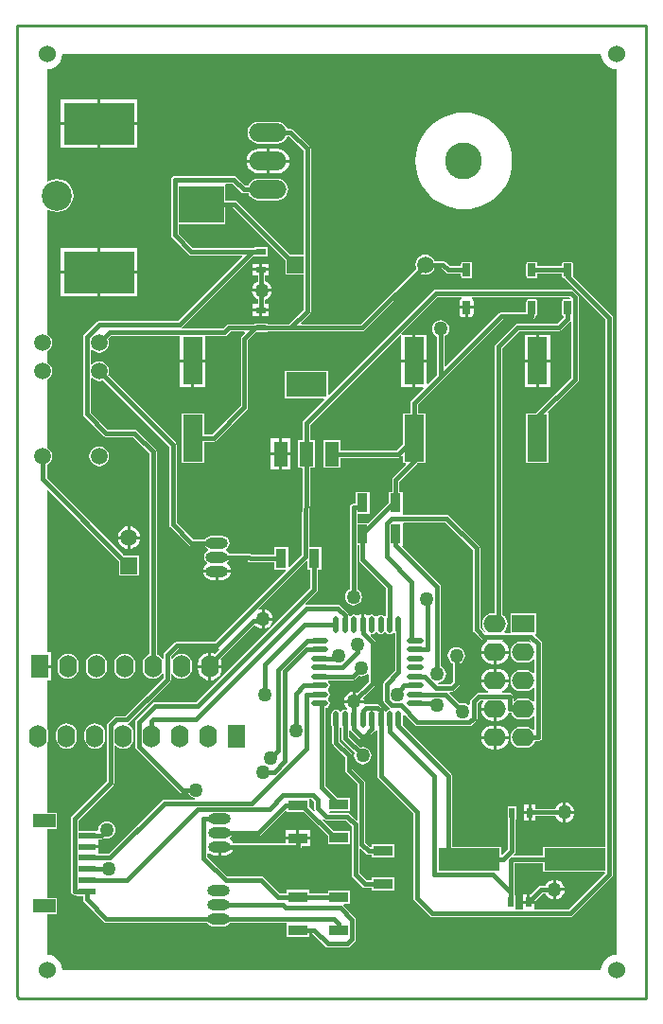
<source format=gtl>
G04*
G04 #@! TF.GenerationSoftware,Altium Limited,Altium Designer,20.0.13 (296)*
G04*
G04 Layer_Physical_Order=1*
G04 Layer_Color=255*
%FSLAX25Y25*%
%MOIN*%
G70*
G01*
G75*
%ADD16C,0.06000*%
%ADD20C,0.01000*%
%ADD22R,0.03819X0.06811*%
%ADD23O,0.02165X0.05906*%
%ADD24O,0.05906X0.02165*%
%ADD25R,0.06811X0.03819*%
%ADD26R,0.02126X0.03701*%
%ADD27R,0.03701X0.02126*%
%ADD28R,0.25000X0.15000*%
%ADD29R,0.15984X0.12992*%
G04:AMPARAMS|DCode=30|XSize=47.64mil|YSize=28.74mil|CornerRadius=2.59mil|HoleSize=0mil|Usage=FLASHONLY|Rotation=270.000|XOffset=0mil|YOffset=0mil|HoleType=Round|Shape=RoundedRectangle|*
%AMROUNDEDRECTD30*
21,1,0.04764,0.02357,0,0,270.0*
21,1,0.04247,0.02874,0,0,270.0*
1,1,0.00517,-0.01178,-0.02123*
1,1,0.00517,-0.01178,0.02123*
1,1,0.00517,0.01178,0.02123*
1,1,0.00517,0.01178,-0.02123*
%
%ADD30ROUNDEDRECTD30*%
%ADD31R,0.07087X0.16535*%
%ADD32R,0.14173X0.08661*%
%ADD33R,0.04800X0.08800*%
%ADD34R,0.21654X0.07874*%
%ADD35R,0.06102X0.02362*%
%ADD36R,0.07874X0.04724*%
%ADD67C,0.01520*%
%ADD68O,0.07874X0.03937*%
%ADD69O,0.07874X0.03937*%
%ADD70R,0.05937X0.05937*%
%ADD71C,0.05937*%
%ADD72C,0.05906*%
%ADD73R,0.05906X0.05906*%
%ADD74O,0.06299X0.07874*%
%ADD75R,0.06299X0.07874*%
%ADD76C,0.10551*%
%ADD77C,0.13000*%
%ADD78O,0.13200X0.06600*%
%ADD79R,0.07874X0.06299*%
%ADD80O,0.07874X0.06299*%
%ADD81C,0.05000*%
G36*
X205752Y-9941D02*
X205939Y-11356D01*
X206485Y-12675D01*
X207354Y-13807D01*
X208487Y-14676D01*
X209805Y-15223D01*
X211221Y-15409D01*
Y-327308D01*
X209805Y-327494D01*
X208487Y-328040D01*
X207354Y-328909D01*
X206485Y-330042D01*
X205939Y-331360D01*
X205752Y-332776D01*
X15901D01*
X15715Y-331360D01*
X15169Y-330042D01*
X14300Y-328909D01*
X13167Y-328040D01*
X11848Y-327494D01*
X10433Y-327308D01*
X10433Y-327308D01*
Y-312953D01*
X14075D01*
Y-307228D01*
X10433D01*
Y-283031D01*
X14075D01*
Y-277307D01*
X10433D01*
Y-253037D01*
X10566Y-252864D01*
X10934Y-251976D01*
X11059Y-251024D01*
Y-249449D01*
X10934Y-248496D01*
X10566Y-247608D01*
X10433Y-247435D01*
Y-230673D01*
X12027D01*
Y-226236D01*
X7878D01*
Y-225236D01*
X12027D01*
Y-220799D01*
X10433D01*
Y-163761D01*
X10895Y-163570D01*
X35909Y-188584D01*
Y-193705D01*
X42846D01*
Y-186768D01*
X37726D01*
X10433Y-159475D01*
Y-154829D01*
X10619Y-154752D01*
X11340Y-154199D01*
X11894Y-153478D01*
X12242Y-152638D01*
X12360Y-151736D01*
X12242Y-150835D01*
X11894Y-149995D01*
X11340Y-149274D01*
X10619Y-148720D01*
X10433Y-148643D01*
Y-124829D01*
X10619Y-124752D01*
X11340Y-124199D01*
X11894Y-123477D01*
X12242Y-122638D01*
X12360Y-121736D01*
X12242Y-120835D01*
X11894Y-119995D01*
X11340Y-119274D01*
X10619Y-118720D01*
X10433Y-118643D01*
Y-114829D01*
X10619Y-114752D01*
X11340Y-114199D01*
X11894Y-113478D01*
X12242Y-112638D01*
X12360Y-111736D01*
X12242Y-110835D01*
X11894Y-109995D01*
X11340Y-109274D01*
X10619Y-108720D01*
X10433Y-108643D01*
Y-65010D01*
X10881Y-64789D01*
X11072Y-64935D01*
X12477Y-65517D01*
X13984Y-65715D01*
X15492Y-65517D01*
X16897Y-64935D01*
X18104Y-64009D01*
X19029Y-62802D01*
X19611Y-61398D01*
X19810Y-59890D01*
X19611Y-58382D01*
X19029Y-56977D01*
X18104Y-55771D01*
X16897Y-54845D01*
X15492Y-54263D01*
X13984Y-54064D01*
X12477Y-54263D01*
X11072Y-54845D01*
X10881Y-54991D01*
X10433Y-54770D01*
Y-15409D01*
X10433Y-15409D01*
X11848Y-15223D01*
X13167Y-14676D01*
X14300Y-13807D01*
X15169Y-12675D01*
X15715Y-11356D01*
X15901Y-9941D01*
X15901Y-9941D01*
X205752D01*
X205752Y-9941D01*
D02*
G37*
%LPC*%
G36*
X42287Y-26075D02*
X29287D01*
Y-34075D01*
X42287D01*
Y-26075D01*
D02*
G37*
G36*
X28287D02*
X15287D01*
Y-34075D01*
X28287D01*
Y-26075D01*
D02*
G37*
G36*
X42287Y-35075D02*
X29287D01*
Y-43075D01*
X42287D01*
Y-35075D01*
D02*
G37*
G36*
X28287D02*
X15287D01*
Y-43075D01*
X28287D01*
Y-35075D01*
D02*
G37*
G36*
X91678Y-43399D02*
X88878D01*
Y-47236D01*
X95949D01*
X95867Y-46614D01*
X95434Y-45568D01*
X94745Y-44669D01*
X93846Y-43980D01*
X92800Y-43547D01*
X91678Y-43399D01*
D02*
G37*
G36*
X87878D02*
X85078D01*
X83955Y-43547D01*
X82909Y-43980D01*
X82011Y-44669D01*
X81322Y-45568D01*
X80889Y-46614D01*
X80807Y-47236D01*
X87878D01*
Y-43399D01*
D02*
G37*
G36*
X95949Y-48236D02*
X88878D01*
Y-52073D01*
X91678D01*
X92800Y-51925D01*
X93846Y-51492D01*
X94745Y-50803D01*
X95434Y-49905D01*
X95867Y-48859D01*
X95949Y-48236D01*
D02*
G37*
G36*
X87878D02*
X80807D01*
X80889Y-48859D01*
X81322Y-49905D01*
X82011Y-50803D01*
X82909Y-51492D01*
X83955Y-51925D01*
X85078Y-52073D01*
X87878D01*
Y-48236D01*
D02*
G37*
G36*
X91678Y-33903D02*
X85078D01*
X84086Y-34034D01*
X83161Y-34417D01*
X82368Y-35026D01*
X81759Y-35820D01*
X81376Y-36744D01*
X81245Y-37736D01*
X81376Y-38728D01*
X81759Y-39653D01*
X82368Y-40446D01*
X83161Y-41056D01*
X84086Y-41438D01*
X85078Y-41569D01*
X91678D01*
X92670Y-41438D01*
X93594Y-41056D01*
X94388Y-40446D01*
X94997Y-39653D01*
X95259Y-39021D01*
X95846D01*
X100893Y-44068D01*
Y-80783D01*
X96309D01*
X77499Y-61973D01*
X77082Y-61695D01*
X76591Y-61597D01*
X76591Y-61597D01*
X73264D01*
Y-55886D01*
X73654Y-55621D01*
X75846D01*
X78869Y-58645D01*
X78869Y-58645D01*
X79286Y-58923D01*
X79778Y-59021D01*
X79778Y-59021D01*
X81497D01*
X81759Y-59653D01*
X82368Y-60446D01*
X83161Y-61055D01*
X84086Y-61438D01*
X85078Y-61569D01*
X91678D01*
X92670Y-61438D01*
X93594Y-61055D01*
X94388Y-60446D01*
X94997Y-59653D01*
X95380Y-58728D01*
X95511Y-57736D01*
X95380Y-56744D01*
X94997Y-55820D01*
X94388Y-55026D01*
X93594Y-54417D01*
X92670Y-54034D01*
X91678Y-53903D01*
X85078D01*
X84086Y-54034D01*
X83161Y-54417D01*
X82368Y-55026D01*
X81759Y-55820D01*
X81497Y-56451D01*
X80310D01*
X77286Y-53428D01*
X76870Y-53149D01*
X76378Y-53052D01*
X76378Y-53052D01*
X55478D01*
X54986Y-53149D01*
X54570Y-53428D01*
X54291Y-53845D01*
X54193Y-54336D01*
Y-73836D01*
X54193Y-73836D01*
X54291Y-74328D01*
X54570Y-74745D01*
X60470Y-80645D01*
X60886Y-80923D01*
X61378Y-81021D01*
X61378Y-81021D01*
X79123D01*
X79315Y-81483D01*
X56646Y-104151D01*
X28878D01*
X28878Y-104151D01*
X28386Y-104249D01*
X27970Y-104528D01*
X27970Y-104528D01*
X23670Y-108828D01*
X23391Y-109245D01*
X23293Y-109736D01*
X23293Y-109736D01*
Y-136836D01*
X23293Y-136836D01*
X23391Y-137328D01*
X23670Y-137745D01*
X30470Y-144545D01*
X30470Y-144545D01*
X30886Y-144823D01*
X31378Y-144921D01*
X40846D01*
X46593Y-150668D01*
Y-221531D01*
X46037Y-221761D01*
X45275Y-222346D01*
X44690Y-223108D01*
X44322Y-223996D01*
X44197Y-224949D01*
Y-226524D01*
X44322Y-227476D01*
X44690Y-228364D01*
X45275Y-229127D01*
X46037Y-229712D01*
X46925Y-230079D01*
X47878Y-230205D01*
X48831Y-230079D01*
X49718Y-229712D01*
X50481Y-229127D01*
X51066Y-228364D01*
X51093Y-228298D01*
X51593Y-228397D01*
Y-229704D01*
X38046Y-243251D01*
X34828D01*
X34828Y-243251D01*
X34336Y-243349D01*
X33920Y-243628D01*
X33920Y-243628D01*
X31969Y-245578D01*
X31691Y-245995D01*
X31593Y-246486D01*
X31593Y-246486D01*
Y-266204D01*
X19270Y-278528D01*
X18991Y-278945D01*
X18893Y-279436D01*
X18893Y-279436D01*
Y-304972D01*
X18991Y-305464D01*
X19270Y-305881D01*
X19686Y-306159D01*
X20178Y-306257D01*
X20949D01*
Y-306653D01*
X23215D01*
Y-307858D01*
X23215Y-307858D01*
X23313Y-308350D01*
X23592Y-308767D01*
X30470Y-315645D01*
X30886Y-315923D01*
X31378Y-316021D01*
X31378Y-316021D01*
X66799D01*
X67130Y-316516D01*
X67946Y-317061D01*
X68910Y-317253D01*
X72847D01*
X73810Y-317061D01*
X74626Y-316516D01*
X74957Y-316021D01*
X94535D01*
X94972Y-316173D01*
Y-320992D01*
X102784D01*
Y-319867D01*
X104046D01*
X108623Y-324445D01*
X108623Y-324445D01*
X109040Y-324723D01*
X109531Y-324821D01*
X109532Y-324821D01*
X116378D01*
X116378Y-324821D01*
X116870Y-324723D01*
X117286Y-324445D01*
X118986Y-322745D01*
X118986Y-322745D01*
X119265Y-322328D01*
X119363Y-321836D01*
Y-314936D01*
X119363Y-314936D01*
X119265Y-314445D01*
X118986Y-314028D01*
X118986Y-314028D01*
X114951Y-309992D01*
X115158Y-309492D01*
X117283D01*
Y-304673D01*
X109472D01*
Y-305798D01*
X106553D01*
X106470Y-305742D01*
X105978Y-305644D01*
X105978Y-305644D01*
X102784D01*
Y-304520D01*
X94972D01*
Y-305644D01*
X92303D01*
X86786Y-300128D01*
X86370Y-299849D01*
X85878Y-299751D01*
X85878Y-299751D01*
X74010D01*
X66963Y-292704D01*
Y-291706D01*
X67463Y-291484D01*
X67912Y-291829D01*
X68634Y-292128D01*
X69410Y-292230D01*
X70878D01*
Y-289236D01*
X71878D01*
Y-292230D01*
X73347D01*
X74121Y-292128D01*
X74844Y-291829D01*
X75464Y-291353D01*
X75939Y-290733D01*
X76027Y-290521D01*
X98878D01*
X99370Y-290423D01*
X99786Y-290145D01*
X100065Y-289728D01*
X100163Y-289236D01*
Y-289146D01*
X103284D01*
Y-286736D01*
X98878D01*
Y-286236D01*
D01*
Y-286736D01*
X94472D01*
Y-287951D01*
X76027D01*
X75939Y-287739D01*
X75464Y-287119D01*
X74957Y-286730D01*
X74886Y-286176D01*
X75126Y-286016D01*
X75457Y-285521D01*
X85078D01*
X85078Y-285521D01*
X85570Y-285423D01*
X85986Y-285145D01*
X94511Y-276621D01*
X94972Y-276812D01*
Y-276992D01*
X100971D01*
X109472Y-285494D01*
Y-288492D01*
X117283D01*
Y-283673D01*
X111285D01*
X102784Y-275171D01*
Y-272321D01*
X103646D01*
X104593Y-273268D01*
Y-275636D01*
X104593Y-275636D01*
X104691Y-276128D01*
X104970Y-276545D01*
X107969Y-279545D01*
X108386Y-279823D01*
X108878Y-279921D01*
X108878Y-279921D01*
X115846D01*
X117993Y-282068D01*
Y-299090D01*
X117993Y-299090D01*
X118091Y-299581D01*
X118369Y-299998D01*
X121669Y-303298D01*
X121669Y-303298D01*
X122086Y-303577D01*
X122578Y-303675D01*
X124972D01*
Y-304799D01*
X132783D01*
Y-299980D01*
X124972D01*
Y-301105D01*
X123110D01*
X120563Y-298558D01*
Y-289891D01*
X121025Y-289700D01*
X122969Y-291645D01*
X122969Y-291645D01*
X123386Y-291923D01*
X123878Y-292021D01*
X124972D01*
Y-293146D01*
X132783D01*
Y-288327D01*
X124972D01*
Y-289452D01*
X124410D01*
X122663Y-287704D01*
Y-266836D01*
X122565Y-266345D01*
X122286Y-265928D01*
X122286Y-265928D01*
X118063Y-261704D01*
Y-257060D01*
X118063Y-257060D01*
X117965Y-256568D01*
X117686Y-256151D01*
X117686Y-256151D01*
X113639Y-252104D01*
Y-247265D01*
X114219D01*
Y-250936D01*
X114219Y-250936D01*
X114317Y-251428D01*
X114595Y-251845D01*
X118950Y-256199D01*
X118855Y-256427D01*
X118752Y-257210D01*
X118855Y-257993D01*
X119157Y-258723D01*
X119638Y-259350D01*
X120265Y-259831D01*
X120995Y-260133D01*
X121778Y-260236D01*
X122561Y-260133D01*
X123291Y-259831D01*
X123918Y-259350D01*
X124399Y-258723D01*
X124701Y-257993D01*
X124804Y-257210D01*
X124701Y-256427D01*
X124399Y-255697D01*
X123918Y-255071D01*
X123291Y-254590D01*
X122561Y-254287D01*
X121778Y-254184D01*
X120995Y-254287D01*
X120766Y-254382D01*
X116789Y-250404D01*
Y-248535D01*
X117289Y-248172D01*
X117467Y-248228D01*
X117745Y-248645D01*
X120245Y-251145D01*
X120245Y-251145D01*
X120662Y-251423D01*
X121153Y-251521D01*
X122453D01*
X122453Y-251521D01*
X122944Y-251423D01*
X123361Y-251145D01*
X125861Y-248645D01*
X125861Y-248645D01*
X126140Y-248228D01*
X126318Y-248172D01*
X126818Y-248535D01*
Y-264261D01*
X126818Y-264261D01*
X126916Y-264752D01*
X127194Y-265169D01*
X139593Y-277568D01*
Y-307236D01*
X139593Y-307236D01*
X139691Y-307728D01*
X139970Y-308145D01*
X145469Y-313645D01*
X145469Y-313645D01*
X145886Y-313923D01*
X146378Y-314021D01*
X194878D01*
X194878Y-314021D01*
X195370Y-313923D01*
X195786Y-313645D01*
X209586Y-299845D01*
X209586Y-299845D01*
X209865Y-299428D01*
X209963Y-298936D01*
X209963Y-298936D01*
Y-103036D01*
X209963Y-103036D01*
X209865Y-102545D01*
X209586Y-102128D01*
X195809Y-88350D01*
X195830Y-88245D01*
Y-83999D01*
X195771Y-83703D01*
X195603Y-83452D01*
X195352Y-83284D01*
X195056Y-83225D01*
X192700D01*
X192404Y-83284D01*
X192153Y-83452D01*
X191985Y-83703D01*
X191926Y-83999D01*
Y-84837D01*
X183330D01*
Y-83999D01*
X183271Y-83703D01*
X183103Y-83452D01*
X182852Y-83284D01*
X182556Y-83225D01*
X180200D01*
X179904Y-83284D01*
X179653Y-83452D01*
X179485Y-83703D01*
X179426Y-83999D01*
Y-88245D01*
X179485Y-88541D01*
X179653Y-88792D01*
X179904Y-88960D01*
X180200Y-89019D01*
X182556D01*
X182852Y-88960D01*
X183103Y-88792D01*
X183271Y-88541D01*
X183330Y-88245D01*
Y-87407D01*
X191926D01*
Y-88245D01*
X191985Y-88541D01*
X192153Y-88792D01*
X192404Y-88960D01*
X192700Y-89019D01*
X192885D01*
X192970Y-89145D01*
X207393Y-103568D01*
Y-289299D01*
X185252D01*
Y-292452D01*
X175133D01*
X174941Y-291990D01*
X175286Y-291645D01*
X175565Y-291228D01*
X175663Y-290736D01*
X175663Y-290736D01*
Y-279587D01*
X175941D01*
Y-274886D01*
X172815D01*
Y-279587D01*
X173093D01*
Y-290204D01*
X171004Y-292293D01*
X170504Y-292086D01*
Y-289299D01*
X153163D01*
Y-264236D01*
X153065Y-263745D01*
X152786Y-263328D01*
X152786Y-263328D01*
X135979Y-246520D01*
X136015Y-246339D01*
Y-242897D01*
X136515Y-242690D01*
X140160Y-246335D01*
X140160Y-246335D01*
X140577Y-246614D01*
X141069Y-246712D01*
X141069Y-246712D01*
X159397D01*
X159397Y-246712D01*
X159889Y-246614D01*
X160306Y-246335D01*
X161746Y-244895D01*
X162025Y-244478D01*
X162123Y-243986D01*
X162123Y-243986D01*
Y-238733D01*
X163245Y-237611D01*
X164128D01*
X164375Y-238110D01*
X163966Y-238644D01*
X163548Y-239653D01*
X163471Y-240236D01*
X168378D01*
Y-240736D01*
X168878D01*
Y-244922D01*
X169165D01*
X170249Y-244779D01*
X171258Y-244361D01*
X172125Y-243696D01*
X172790Y-242829D01*
X173157Y-241942D01*
X173348Y-241975D01*
X173578Y-242021D01*
X174172D01*
X174403Y-242577D01*
X174988Y-243339D01*
X175750Y-243924D01*
X176638Y-244292D01*
X177591Y-244417D01*
X179165D01*
X180118Y-244292D01*
X181006Y-243924D01*
X181768Y-243339D01*
X181820Y-243272D01*
X182293Y-243433D01*
Y-248040D01*
X181820Y-248200D01*
X181768Y-248133D01*
X181006Y-247548D01*
X180118Y-247181D01*
X179165Y-247055D01*
X177591D01*
X176638Y-247181D01*
X175750Y-247548D01*
X174988Y-248133D01*
X174403Y-248896D01*
X174035Y-249783D01*
X173909Y-250736D01*
X174035Y-251689D01*
X174403Y-252577D01*
X174988Y-253339D01*
X175750Y-253924D01*
X176638Y-254292D01*
X177591Y-254417D01*
X179165D01*
X180118Y-254292D01*
X181006Y-253924D01*
X181768Y-253339D01*
X182353Y-252577D01*
X182583Y-252021D01*
X183578D01*
X184070Y-251923D01*
X184486Y-251645D01*
X184765Y-251228D01*
X184863Y-250736D01*
Y-217736D01*
X184765Y-217245D01*
X184486Y-216828D01*
X184486Y-216828D01*
X182506Y-214848D01*
X182698Y-214386D01*
X182815D01*
Y-207087D01*
X173941D01*
Y-213951D01*
X171792D01*
X171622Y-213452D01*
X171768Y-213339D01*
X172353Y-212577D01*
X172721Y-211689D01*
X172846Y-210736D01*
X172721Y-209784D01*
X172353Y-208896D01*
X171768Y-208133D01*
X171006Y-207548D01*
X170863Y-207489D01*
Y-113668D01*
X176910Y-107621D01*
X190778D01*
X190778Y-107621D01*
X191270Y-107523D01*
X191686Y-107245D01*
X194786Y-104145D01*
X194786Y-104145D01*
X194793Y-104134D01*
X195293Y-104286D01*
Y-124104D01*
X182846Y-136551D01*
X179335D01*
Y-154086D01*
X187421D01*
Y-136551D01*
X187133D01*
X186942Y-136089D01*
X197486Y-125545D01*
X197765Y-125128D01*
X197863Y-124636D01*
X197863Y-124636D01*
Y-95786D01*
X197863Y-95786D01*
X197765Y-95295D01*
X197486Y-94878D01*
X196036Y-93428D01*
X195620Y-93149D01*
X195128Y-93051D01*
X195128Y-93051D01*
X147578D01*
X147578Y-93051D01*
X147086Y-93149D01*
X146669Y-93428D01*
X109926Y-130171D01*
X109465Y-129980D01*
Y-121705D01*
X94291D01*
Y-131367D01*
X108078D01*
X108269Y-131828D01*
X100970Y-139128D01*
X100691Y-139545D01*
X100593Y-140036D01*
X100593Y-140036D01*
Y-146037D01*
X98978D01*
Y-155837D01*
X100205D01*
X100556Y-156192D01*
X100199Y-186598D01*
X95922Y-190875D01*
X95461Y-190683D01*
Y-183831D01*
X90642D01*
Y-186451D01*
X82710D01*
X82586Y-186328D01*
X82170Y-186049D01*
X81678Y-185951D01*
X81678Y-185951D01*
X74457D01*
X74126Y-185457D01*
X73464Y-185014D01*
X73450Y-184973D01*
Y-184500D01*
X73464Y-184458D01*
X74126Y-184016D01*
X74672Y-183199D01*
X74863Y-182236D01*
X74672Y-181273D01*
X74126Y-180456D01*
X73310Y-179911D01*
X72347Y-179719D01*
X68409D01*
X67446Y-179911D01*
X66630Y-180456D01*
X66299Y-180951D01*
X61910D01*
X56163Y-175204D01*
Y-147736D01*
X56065Y-147245D01*
X55786Y-146828D01*
X55786Y-146828D01*
X32053Y-123094D01*
X32242Y-122638D01*
X32361Y-121736D01*
X32242Y-120835D01*
X31894Y-119995D01*
X31341Y-119274D01*
X30619Y-118720D01*
X29779Y-118372D01*
X28878Y-118254D01*
X27977Y-118372D01*
X27137Y-118720D01*
X26415Y-119274D01*
X26336Y-119377D01*
X25863Y-119216D01*
Y-114256D01*
X26336Y-114095D01*
X26415Y-114199D01*
X27137Y-114752D01*
X27977Y-115100D01*
X28878Y-115219D01*
X29779Y-115100D01*
X30619Y-114752D01*
X31341Y-114199D01*
X31894Y-113478D01*
X32242Y-112638D01*
X32361Y-111736D01*
X32242Y-110835D01*
X32053Y-110378D01*
X33010Y-109421D01*
X57335D01*
Y-117654D01*
X61878D01*
X66421D01*
Y-109421D01*
X72978D01*
X72978Y-109421D01*
X73470Y-109323D01*
X73886Y-109045D01*
X75111Y-107820D01*
X80024D01*
X80215Y-108282D01*
X79169Y-109328D01*
X78891Y-109745D01*
X78793Y-110236D01*
X78793Y-110236D01*
Y-133904D01*
X68646Y-144052D01*
X65921D01*
Y-136551D01*
X57835D01*
Y-154086D01*
X65921D01*
Y-146621D01*
X69178D01*
X69178Y-146621D01*
X69670Y-146523D01*
X70086Y-146245D01*
X80986Y-135345D01*
X80986Y-135345D01*
X81265Y-134928D01*
X81363Y-134436D01*
X81363Y-134436D01*
Y-110768D01*
X84033Y-108098D01*
X88228D01*
Y-107820D01*
X96378D01*
X96378Y-107820D01*
X96378Y-107820D01*
X121512D01*
X121512Y-107820D01*
X122003Y-107722D01*
X122420Y-107444D01*
X142453Y-87411D01*
X142910Y-87600D01*
X143811Y-87719D01*
X144712Y-87600D01*
X145552Y-87252D01*
X146274Y-86699D01*
X146827Y-85978D01*
X147016Y-85521D01*
X149546D01*
X151055Y-87030D01*
X151055Y-87030D01*
X151472Y-87309D01*
X151964Y-87407D01*
X156426D01*
Y-88245D01*
X156485Y-88541D01*
X156653Y-88792D01*
X156904Y-88960D01*
X157200Y-89019D01*
X159556D01*
X159852Y-88960D01*
X160103Y-88792D01*
X160271Y-88541D01*
X160330Y-88245D01*
Y-83999D01*
X160271Y-83703D01*
X160103Y-83452D01*
X159852Y-83284D01*
X159556Y-83225D01*
X157200D01*
X156904Y-83284D01*
X156653Y-83452D01*
X156485Y-83703D01*
X156426Y-83999D01*
Y-84837D01*
X152496D01*
X150986Y-83328D01*
X150570Y-83049D01*
X150078Y-82951D01*
X150078Y-82951D01*
X147016D01*
X146827Y-82495D01*
X146274Y-81774D01*
X145552Y-81220D01*
X144712Y-80872D01*
X143811Y-80754D01*
X142910Y-80872D01*
X142070Y-81220D01*
X141348Y-81774D01*
X140795Y-82495D01*
X140447Y-83335D01*
X140328Y-84236D01*
X140447Y-85138D01*
X140636Y-85594D01*
X120980Y-105251D01*
X100133D01*
X99941Y-104789D01*
X103086Y-101644D01*
X103086Y-101644D01*
X103365Y-101227D01*
X103463Y-100735D01*
X103463Y-100735D01*
Y-43536D01*
X103463Y-43536D01*
X103365Y-43045D01*
X103086Y-42628D01*
X103086Y-42628D01*
X97286Y-36828D01*
X96870Y-36549D01*
X96378Y-36452D01*
X96378Y-36452D01*
X95259D01*
X94997Y-35820D01*
X94388Y-35026D01*
X93594Y-34417D01*
X92670Y-34034D01*
X91678Y-33903D01*
D02*
G37*
G36*
X157378Y-30700D02*
X155154Y-30845D01*
X152969Y-31280D01*
X150858Y-31997D01*
X148860Y-32982D01*
X147007Y-34220D01*
X145331Y-35690D01*
X143862Y-37365D01*
X142624Y-39218D01*
X141638Y-41217D01*
X140922Y-43327D01*
X140487Y-45513D01*
X140341Y-47736D01*
X140487Y-49960D01*
X140922Y-52146D01*
X141638Y-54256D01*
X142624Y-56255D01*
X143862Y-58107D01*
X145331Y-59783D01*
X147007Y-61252D01*
X148860Y-62490D01*
X150858Y-63476D01*
X152969Y-64192D01*
X155154Y-64627D01*
X157378Y-64773D01*
X159602Y-64627D01*
X161787Y-64192D01*
X163898Y-63476D01*
X165896Y-62490D01*
X167749Y-61252D01*
X169425Y-59783D01*
X170894Y-58107D01*
X172132Y-56255D01*
X173118Y-54256D01*
X173834Y-52146D01*
X174269Y-49960D01*
X174414Y-47736D01*
X174269Y-45513D01*
X173834Y-43327D01*
X173118Y-41217D01*
X172132Y-39218D01*
X170894Y-37365D01*
X169425Y-35690D01*
X167749Y-34220D01*
X165896Y-32982D01*
X163898Y-31997D01*
X161787Y-31280D01*
X159602Y-30845D01*
X157378Y-30700D01*
D02*
G37*
G36*
X42287Y-78398D02*
X29287D01*
Y-86398D01*
X42287D01*
Y-78398D01*
D02*
G37*
G36*
X28287D02*
X15287D01*
Y-86398D01*
X28287D01*
Y-78398D01*
D02*
G37*
G36*
X42287Y-87398D02*
X29287D01*
Y-95398D01*
X42287D01*
Y-87398D01*
D02*
G37*
G36*
X28287D02*
X15287D01*
Y-95398D01*
X28287D01*
Y-87398D01*
D02*
G37*
G36*
X187921Y-108886D02*
X183878D01*
Y-117654D01*
X187921D01*
Y-108886D01*
D02*
G37*
G36*
X182878D02*
X178835D01*
Y-117654D01*
X182878D01*
Y-108886D01*
D02*
G37*
G36*
X187921Y-118654D02*
X183878D01*
Y-127421D01*
X187921D01*
Y-118654D01*
D02*
G37*
G36*
X182878D02*
X178835D01*
Y-127421D01*
X182878D01*
Y-118654D01*
D02*
G37*
G36*
X66421D02*
X62378D01*
Y-127421D01*
X66421D01*
Y-118654D01*
D02*
G37*
G36*
X61378D02*
X57335D01*
Y-127421D01*
X61378D01*
Y-118654D01*
D02*
G37*
G36*
X96178Y-145537D02*
X93278D01*
Y-150437D01*
X96178D01*
Y-145537D01*
D02*
G37*
G36*
X92278D02*
X89378D01*
Y-150437D01*
X92278D01*
Y-145537D01*
D02*
G37*
G36*
X28878Y-148254D02*
X27977Y-148372D01*
X27137Y-148720D01*
X26415Y-149274D01*
X25862Y-149995D01*
X25514Y-150835D01*
X25395Y-151736D01*
X25514Y-152638D01*
X25862Y-153478D01*
X26415Y-154199D01*
X27137Y-154752D01*
X27977Y-155100D01*
X28878Y-155219D01*
X29779Y-155100D01*
X30619Y-154752D01*
X31341Y-154199D01*
X31894Y-153478D01*
X32242Y-152638D01*
X32361Y-151736D01*
X32242Y-150835D01*
X31894Y-149995D01*
X31341Y-149274D01*
X30619Y-148720D01*
X29779Y-148372D01*
X28878Y-148254D01*
D02*
G37*
G36*
X96178Y-151437D02*
X93278D01*
Y-156337D01*
X96178D01*
Y-151437D01*
D02*
G37*
G36*
X92278D02*
X89378D01*
Y-156337D01*
X92278D01*
Y-151437D01*
D02*
G37*
G36*
X39878Y-176457D02*
Y-179894D01*
X43315D01*
X43244Y-179358D01*
X42844Y-178392D01*
X42208Y-177563D01*
X41379Y-176927D01*
X40414Y-176527D01*
X39878Y-176457D01*
D02*
G37*
G36*
X38878D02*
X38342Y-176527D01*
X37377Y-176927D01*
X36548Y-177563D01*
X35912Y-178392D01*
X35512Y-179358D01*
X35441Y-179894D01*
X38878D01*
Y-176457D01*
D02*
G37*
G36*
X43315Y-180894D02*
X39878D01*
Y-184330D01*
X40414Y-184260D01*
X41379Y-183860D01*
X42208Y-183224D01*
X42844Y-182395D01*
X43244Y-181430D01*
X43315Y-180894D01*
D02*
G37*
G36*
X38878D02*
X35441D01*
X35512Y-181430D01*
X35912Y-182395D01*
X36548Y-183224D01*
X37377Y-183860D01*
X38342Y-184260D01*
X38878Y-184330D01*
Y-180894D01*
D02*
G37*
G36*
X37878Y-221268D02*
X36925Y-221393D01*
X36037Y-221761D01*
X35275Y-222346D01*
X34690Y-223108D01*
X34322Y-223996D01*
X34197Y-224949D01*
Y-226524D01*
X34322Y-227476D01*
X34690Y-228364D01*
X35275Y-229127D01*
X36037Y-229712D01*
X36925Y-230079D01*
X37878Y-230205D01*
X38831Y-230079D01*
X39718Y-229712D01*
X40481Y-229127D01*
X41066Y-228364D01*
X41434Y-227476D01*
X41559Y-226524D01*
Y-224949D01*
X41434Y-223996D01*
X41066Y-223108D01*
X40481Y-222346D01*
X39718Y-221761D01*
X38831Y-221393D01*
X37878Y-221268D01*
D02*
G37*
G36*
X27878D02*
X26925Y-221393D01*
X26037Y-221761D01*
X25275Y-222346D01*
X24690Y-223108D01*
X24322Y-223996D01*
X24197Y-224949D01*
Y-226524D01*
X24322Y-227476D01*
X24690Y-228364D01*
X25275Y-229127D01*
X26037Y-229712D01*
X26925Y-230079D01*
X27878Y-230205D01*
X28831Y-230079D01*
X29719Y-229712D01*
X30481Y-229127D01*
X31066Y-228364D01*
X31434Y-227476D01*
X31559Y-226524D01*
Y-224949D01*
X31434Y-223996D01*
X31066Y-223108D01*
X30481Y-222346D01*
X29719Y-221761D01*
X28831Y-221393D01*
X27878Y-221268D01*
D02*
G37*
G36*
X17878D02*
X16925Y-221393D01*
X16037Y-221761D01*
X15275Y-222346D01*
X14690Y-223108D01*
X14322Y-223996D01*
X14197Y-224949D01*
Y-226524D01*
X14322Y-227476D01*
X14690Y-228364D01*
X15275Y-229127D01*
X16037Y-229712D01*
X16925Y-230079D01*
X17878Y-230205D01*
X18831Y-230079D01*
X19718Y-229712D01*
X20481Y-229127D01*
X21066Y-228364D01*
X21434Y-227476D01*
X21559Y-226524D01*
Y-224949D01*
X21434Y-223996D01*
X21066Y-223108D01*
X20481Y-222346D01*
X19718Y-221761D01*
X18831Y-221393D01*
X17878Y-221268D01*
D02*
G37*
G36*
X167878Y-241236D02*
X163471D01*
X163548Y-241820D01*
X163966Y-242829D01*
X164631Y-243696D01*
X165498Y-244361D01*
X166507Y-244779D01*
X167590Y-244922D01*
X167878D01*
Y-241236D01*
D02*
G37*
G36*
X169165Y-246551D02*
X168878D01*
Y-250236D01*
X173285D01*
X173208Y-249653D01*
X172790Y-248643D01*
X172125Y-247777D01*
X171258Y-247112D01*
X170249Y-246693D01*
X169165Y-246551D01*
D02*
G37*
G36*
X167878D02*
X167590D01*
X166507Y-246693D01*
X165498Y-247112D01*
X164631Y-247777D01*
X163966Y-248643D01*
X163548Y-249653D01*
X163471Y-250236D01*
X167878D01*
Y-246551D01*
D02*
G37*
G36*
X27378Y-245768D02*
X26425Y-245893D01*
X25537Y-246261D01*
X24775Y-246846D01*
X24190Y-247608D01*
X23822Y-248496D01*
X23697Y-249449D01*
Y-251024D01*
X23822Y-251976D01*
X24190Y-252864D01*
X24775Y-253626D01*
X25537Y-254211D01*
X26425Y-254579D01*
X27378Y-254705D01*
X28331Y-254579D01*
X29219Y-254211D01*
X29981Y-253626D01*
X30566Y-252864D01*
X30934Y-251976D01*
X31059Y-251024D01*
Y-249449D01*
X30934Y-248496D01*
X30566Y-247608D01*
X29981Y-246846D01*
X29219Y-246261D01*
X28331Y-245893D01*
X27378Y-245768D01*
D02*
G37*
G36*
X17378D02*
X16425Y-245893D01*
X15537Y-246261D01*
X14775Y-246846D01*
X14190Y-247608D01*
X13822Y-248496D01*
X13697Y-249449D01*
Y-251024D01*
X13822Y-251976D01*
X14190Y-252864D01*
X14775Y-253626D01*
X15537Y-254211D01*
X16425Y-254579D01*
X17378Y-254705D01*
X18331Y-254579D01*
X19218Y-254211D01*
X19981Y-253626D01*
X20566Y-252864D01*
X20934Y-251976D01*
X21059Y-251024D01*
Y-249449D01*
X20934Y-248496D01*
X20566Y-247608D01*
X19981Y-246846D01*
X19218Y-246261D01*
X18331Y-245893D01*
X17378Y-245768D01*
D02*
G37*
G36*
X173285Y-251236D02*
X168878D01*
Y-254922D01*
X169165D01*
X170249Y-254779D01*
X171258Y-254361D01*
X172125Y-253696D01*
X172790Y-252829D01*
X173208Y-251819D01*
X173285Y-251236D01*
D02*
G37*
G36*
X167878D02*
X163471D01*
X163548Y-251819D01*
X163966Y-252829D01*
X164631Y-253696D01*
X165498Y-254361D01*
X166507Y-254779D01*
X167590Y-254922D01*
X167878D01*
Y-251236D01*
D02*
G37*
G36*
X192413Y-273701D02*
X192000Y-273755D01*
X191148Y-274108D01*
X190417Y-274669D01*
X189856Y-275400D01*
X189643Y-275916D01*
X182740D01*
Y-274386D01*
X181177D01*
Y-277236D01*
Y-280087D01*
X182740D01*
Y-278485D01*
X189672D01*
X189856Y-278930D01*
X190417Y-279662D01*
X191148Y-280223D01*
X192000Y-280575D01*
X192413Y-280630D01*
Y-277165D01*
Y-273701D01*
D02*
G37*
G36*
X193413D02*
Y-276665D01*
X196378D01*
X196323Y-276252D01*
X195971Y-275400D01*
X195410Y-274669D01*
X194678Y-274108D01*
X193827Y-273755D01*
X193413Y-273701D01*
D02*
G37*
G36*
X180177Y-274386D02*
X178614D01*
Y-276736D01*
X180177D01*
Y-274386D01*
D02*
G37*
G36*
Y-277736D02*
X178614D01*
Y-280087D01*
X180177D01*
Y-277736D01*
D02*
G37*
G36*
X196378Y-277665D02*
X193413D01*
Y-280630D01*
X193827Y-280575D01*
X194678Y-280223D01*
X195410Y-279662D01*
X195971Y-278930D01*
X196323Y-278079D01*
X196378Y-277665D01*
D02*
G37*
G36*
X103284Y-283327D02*
X99378D01*
Y-285736D01*
X103284D01*
Y-283327D01*
D02*
G37*
G36*
X98378D02*
X94472D01*
Y-285736D01*
X98378D01*
Y-283327D01*
D02*
G37*
%LPD*%
G36*
X194929Y-95954D02*
X194721Y-96454D01*
X192700D01*
X192404Y-96513D01*
X192153Y-96680D01*
X191985Y-96931D01*
X191926Y-97227D01*
Y-101474D01*
X191985Y-101770D01*
X192153Y-102021D01*
X192404Y-102188D01*
X192593Y-102226D01*
Y-102704D01*
X190246Y-105052D01*
X176378D01*
X175886Y-105149D01*
X175470Y-105428D01*
X175470Y-105428D01*
X168669Y-112228D01*
X168391Y-112645D01*
X168293Y-113136D01*
X168293Y-113136D01*
Y-207055D01*
X167590D01*
X166638Y-207181D01*
X165750Y-207548D01*
X164988Y-208133D01*
X164403Y-208896D01*
X164035Y-209784D01*
X163909Y-210736D01*
X164035Y-211689D01*
X164403Y-212577D01*
X164931Y-213265D01*
X164554Y-213596D01*
X163163Y-212204D01*
Y-184136D01*
X163065Y-183645D01*
X162786Y-183228D01*
X162786Y-183228D01*
X152286Y-172728D01*
X151870Y-172449D01*
X151378Y-172352D01*
X151378Y-172352D01*
X136197D01*
X135795Y-172114D01*
Y-164303D01*
X134670D01*
Y-160568D01*
X140786Y-154452D01*
X140786Y-154452D01*
X141031Y-154086D01*
X143921D01*
Y-136551D01*
X141163D01*
Y-133568D01*
X150086Y-124645D01*
X150086Y-124645D01*
X171210Y-103521D01*
X181378D01*
X181870Y-103423D01*
X182286Y-103145D01*
X182565Y-102728D01*
X182663Y-102236D01*
Y-102226D01*
X182852Y-102188D01*
X183103Y-102021D01*
X183271Y-101770D01*
X183330Y-101474D01*
Y-97227D01*
X183271Y-96931D01*
X183103Y-96680D01*
X182852Y-96513D01*
X182556Y-96454D01*
X180200D01*
X179904Y-96513D01*
X179653Y-96680D01*
X179485Y-96931D01*
X179426Y-97227D01*
Y-100952D01*
X170678D01*
X170186Y-101049D01*
X169770Y-101328D01*
X169770Y-101328D01*
X150925Y-120173D01*
X150463Y-119981D01*
Y-109551D01*
X150691Y-109457D01*
X151318Y-108976D01*
X151798Y-108349D01*
X152101Y-107619D01*
X152204Y-106836D01*
X152101Y-106053D01*
X151798Y-105323D01*
X151318Y-104697D01*
X150691Y-104216D01*
X149961Y-103913D01*
X149178Y-103810D01*
X148395Y-103913D01*
X147665Y-104216D01*
X147038Y-104697D01*
X146557Y-105323D01*
X146255Y-106053D01*
X146152Y-106836D01*
X146255Y-107619D01*
X146557Y-108349D01*
X147038Y-108976D01*
X147665Y-109457D01*
X147893Y-109551D01*
Y-123204D01*
X144883Y-126214D01*
X144421Y-126023D01*
Y-118654D01*
X140378D01*
Y-127421D01*
X143023D01*
X143214Y-127883D01*
X138970Y-132128D01*
X138691Y-132545D01*
X138593Y-133036D01*
X138593Y-133036D01*
Y-136551D01*
X135835D01*
Y-147545D01*
X133728Y-149652D01*
X113878D01*
Y-146037D01*
X108078D01*
Y-155837D01*
X113878D01*
Y-152221D01*
X134260D01*
X134260Y-152221D01*
X134752Y-152123D01*
X135169Y-151845D01*
X135373Y-151641D01*
X135835Y-151832D01*
Y-154086D01*
X136865D01*
X137057Y-154549D01*
X132477Y-159128D01*
X132199Y-159545D01*
X132101Y-160036D01*
X132101Y-160036D01*
Y-164303D01*
X130976D01*
Y-168073D01*
X123821Y-175228D01*
X119763D01*
Y-172114D01*
X124142D01*
Y-164303D01*
X119323D01*
Y-168451D01*
X118478D01*
X117986Y-168549D01*
X117569Y-168828D01*
X117291Y-169245D01*
X117193Y-169736D01*
Y-198521D01*
X116965Y-198616D01*
X116338Y-199097D01*
X115857Y-199723D01*
X115555Y-200453D01*
X115452Y-201236D01*
X115555Y-202019D01*
X115857Y-202749D01*
X116338Y-203376D01*
X116965Y-203857D01*
X117695Y-204159D01*
X118478Y-204262D01*
X119261Y-204159D01*
X119991Y-203857D01*
X120618Y-203376D01*
X121098Y-202749D01*
X121401Y-202019D01*
X121504Y-201236D01*
X121401Y-200453D01*
X121098Y-199723D01*
X120618Y-199097D01*
X119991Y-198616D01*
X119763Y-198521D01*
Y-183039D01*
X120448D01*
Y-188136D01*
X120448Y-188136D01*
X120545Y-188628D01*
X120824Y-189045D01*
X129967Y-198188D01*
Y-207850D01*
X129810Y-208003D01*
X129243Y-207993D01*
X128720Y-207643D01*
X128102Y-207520D01*
X127485Y-207643D01*
X126961Y-207993D01*
X126828Y-208192D01*
X126227D01*
X126094Y-207993D01*
X125570Y-207643D01*
X124953Y-207520D01*
X124335Y-207643D01*
X124043Y-207838D01*
X123401Y-207776D01*
X123305Y-207632D01*
X122616Y-207172D01*
X122303Y-207110D01*
Y-211004D01*
X121303D01*
Y-207110D01*
X120991Y-207172D01*
X120302Y-207632D01*
X120205Y-207776D01*
X119563Y-207838D01*
X119271Y-207643D01*
X118654Y-207520D01*
X118036Y-207643D01*
X117513Y-207993D01*
X116946Y-208003D01*
X116789Y-207850D01*
Y-207736D01*
X116789Y-207736D01*
X116691Y-207245D01*
X116412Y-206828D01*
X113919Y-204334D01*
X113502Y-204056D01*
X113011Y-203958D01*
X113011Y-203958D01*
X102071D01*
X101832Y-204006D01*
X101586Y-203545D01*
X105613Y-199518D01*
X105613Y-199518D01*
X105892Y-199101D01*
X105989Y-198609D01*
X105989Y-198609D01*
Y-191642D01*
X107114D01*
Y-183831D01*
X103157D01*
X102806Y-183475D01*
X103130Y-155837D01*
X104778D01*
Y-146037D01*
X103163D01*
Y-140568D01*
X134835Y-108896D01*
X135335Y-109103D01*
Y-117654D01*
X139378D01*
Y-108886D01*
X135552D01*
X135345Y-108386D01*
X148110Y-95621D01*
X156456D01*
X156590Y-96121D01*
X156292Y-96320D01*
X156014Y-96736D01*
X155916Y-97227D01*
Y-98850D01*
X158378D01*
X160840D01*
Y-97227D01*
X160742Y-96736D01*
X160464Y-96320D01*
X160166Y-96121D01*
X160300Y-95621D01*
X194596D01*
X194929Y-95954D01*
D02*
G37*
G36*
X94492Y-82600D02*
Y-87689D01*
X100893D01*
Y-100203D01*
X95846Y-105251D01*
X88228D01*
Y-104972D01*
X83528D01*
Y-105251D01*
X74579D01*
X74087Y-105349D01*
X73670Y-105627D01*
X73670Y-105627D01*
X72446Y-106851D01*
X58228D01*
X58076Y-106351D01*
X58086Y-106345D01*
X83058Y-81373D01*
X83528Y-81299D01*
Y-81299D01*
X88228D01*
Y-78173D01*
X83528D01*
Y-78452D01*
X82878D01*
X82878Y-78452D01*
X82878Y-78452D01*
X61910D01*
X56763Y-73304D01*
Y-69878D01*
X73264D01*
Y-64166D01*
X76058D01*
X94492Y-82600D01*
D02*
G37*
G36*
X102295Y-188789D02*
Y-191642D01*
X103420D01*
Y-198077D01*
X63146Y-238351D01*
X48478D01*
X48478Y-238351D01*
X47986Y-238449D01*
X47570Y-238728D01*
X47570Y-238728D01*
X41969Y-244328D01*
X41691Y-244745D01*
X41593Y-245236D01*
X41593Y-245236D01*
Y-253986D01*
X41593Y-253986D01*
X41691Y-254478D01*
X41969Y-254895D01*
X57219Y-270145D01*
X57219Y-270145D01*
X57636Y-270423D01*
X58128Y-270521D01*
X58128Y-270521D01*
X60363D01*
X60457Y-270749D01*
X60938Y-271376D01*
X61565Y-271857D01*
X62295Y-272159D01*
X62629Y-272203D01*
X62596Y-272703D01*
X51852D01*
X51852Y-272703D01*
X51360Y-272801D01*
X50943Y-273079D01*
X50943Y-273079D01*
X32146Y-291877D01*
X28621D01*
X28551Y-291406D01*
X28551D01*
Y-289724D01*
X24500D01*
Y-288724D01*
X28551D01*
Y-287043D01*
X28551D01*
X28621Y-286572D01*
X29627D01*
X29627Y-286572D01*
X30118Y-286474D01*
X30535Y-286196D01*
X30566Y-286164D01*
X30795Y-286259D01*
X31578Y-286362D01*
X32361Y-286259D01*
X33091Y-285957D01*
X33718Y-285476D01*
X34198Y-284849D01*
X34501Y-284119D01*
X34604Y-283336D01*
X34501Y-282553D01*
X34198Y-281823D01*
X33718Y-281197D01*
X33091Y-280716D01*
X32361Y-280413D01*
X31578Y-280310D01*
X30795Y-280413D01*
X30065Y-280716D01*
X29438Y-281197D01*
X28958Y-281823D01*
X28655Y-282553D01*
X28552Y-283336D01*
X28084Y-283611D01*
X28051Y-283606D01*
Y-283606D01*
X21463D01*
Y-279968D01*
X33786Y-267645D01*
X33786Y-267645D01*
X34065Y-267228D01*
X34163Y-266736D01*
Y-253650D01*
X34663Y-253480D01*
X34775Y-253626D01*
X35537Y-254211D01*
X36425Y-254579D01*
X37378Y-254705D01*
X38331Y-254579D01*
X39219Y-254211D01*
X39981Y-253626D01*
X40566Y-252864D01*
X40934Y-251976D01*
X41059Y-251024D01*
Y-249449D01*
X40934Y-248496D01*
X40566Y-247608D01*
X39981Y-246846D01*
X39219Y-246261D01*
X39125Y-246222D01*
X39094Y-245948D01*
X39130Y-245683D01*
X39486Y-245445D01*
X53786Y-231145D01*
X53786Y-231145D01*
X54065Y-230728D01*
X54163Y-230236D01*
Y-228397D01*
X54663Y-228298D01*
X54690Y-228364D01*
X55275Y-229127D01*
X56037Y-229712D01*
X56925Y-230079D01*
X57878Y-230205D01*
X58831Y-230079D01*
X59719Y-229712D01*
X60481Y-229127D01*
X61066Y-228364D01*
X61434Y-227476D01*
X61559Y-226524D01*
Y-224949D01*
X61434Y-223996D01*
X61066Y-223108D01*
X60481Y-222346D01*
X59719Y-221761D01*
X58831Y-221393D01*
X57878Y-221268D01*
X56925Y-221393D01*
X56037Y-221761D01*
X55275Y-222346D01*
X54690Y-223108D01*
X54663Y-223174D01*
X54163Y-223075D01*
Y-222268D01*
X56910Y-219521D01*
X70378D01*
X70378Y-219521D01*
X70870Y-219423D01*
X70900Y-219403D01*
X71219Y-219791D01*
X69769Y-221241D01*
X68961Y-220906D01*
X68378Y-220829D01*
Y-225236D01*
X72063D01*
Y-224949D01*
X71921Y-223866D01*
X71586Y-223058D01*
X83316Y-211328D01*
X83980Y-211371D01*
X84118Y-211551D01*
X84849Y-212112D01*
X85701Y-212465D01*
X86114Y-212520D01*
Y-209055D01*
Y-205591D01*
X85701Y-205645D01*
X85346Y-205792D01*
X85063Y-205368D01*
X101833Y-188598D01*
X102295Y-188789D01*
D02*
G37*
G36*
X130111Y-214015D02*
X130634Y-214365D01*
X131252Y-214488D01*
X131869Y-214365D01*
X132393Y-214015D01*
X132959Y-214005D01*
X133117Y-214159D01*
Y-227330D01*
X129410Y-231038D01*
X129131Y-231455D01*
X129033Y-231946D01*
X129033Y-231946D01*
Y-237736D01*
X129033Y-237736D01*
X129131Y-238228D01*
X129410Y-238645D01*
X131169Y-240405D01*
X131169Y-240405D01*
X131314Y-240501D01*
X131286Y-240723D01*
X131164Y-241002D01*
X130634Y-241108D01*
X130111Y-241457D01*
X129978Y-241656D01*
X129826Y-241660D01*
X129387Y-241486D01*
X129289Y-240995D01*
X129011Y-240578D01*
X129011Y-240578D01*
X127761Y-239328D01*
X127344Y-239049D01*
X126852Y-238951D01*
X126852Y-238951D01*
X123053D01*
X123053Y-238951D01*
X122562Y-239049D01*
X122176Y-238850D01*
X122098Y-238757D01*
X122118Y-238609D01*
X115189D01*
X115244Y-239022D01*
X115596Y-239874D01*
X116157Y-240605D01*
X115945Y-241073D01*
X115504Y-240985D01*
X114886Y-241108D01*
X114363Y-241457D01*
X114230Y-241656D01*
X113628D01*
X113495Y-241457D01*
X112972Y-241108D01*
X112354Y-240985D01*
X111737Y-241108D01*
X111213Y-241457D01*
X110863Y-241981D01*
X110741Y-242598D01*
Y-246339D01*
X110863Y-246956D01*
X111070Y-247265D01*
Y-252636D01*
X111070Y-252636D01*
X111168Y-253128D01*
X111446Y-253545D01*
X115493Y-257592D01*
Y-262236D01*
X115493Y-262236D01*
X115591Y-262728D01*
X115869Y-263145D01*
X120093Y-267368D01*
Y-279881D01*
X119631Y-280073D01*
X117286Y-277728D01*
X116870Y-277449D01*
X116378Y-277351D01*
X116378Y-277351D01*
X109884D01*
X109877Y-277339D01*
X110166Y-276839D01*
X117283D01*
Y-272020D01*
X112785D01*
X108563Y-267797D01*
Y-240364D01*
X109133Y-240251D01*
X109657Y-239901D01*
X110007Y-239377D01*
X110129Y-238760D01*
X110007Y-238142D01*
X109657Y-237619D01*
X109458Y-237486D01*
Y-236884D01*
X109657Y-236751D01*
X110007Y-236228D01*
X110129Y-235610D01*
X110007Y-234993D01*
X109657Y-234469D01*
X109458Y-234336D01*
Y-233735D01*
X109657Y-233602D01*
X110007Y-233078D01*
X110129Y-232461D01*
X110007Y-231843D01*
X109657Y-231320D01*
X109647Y-230753D01*
X109800Y-230596D01*
X118178D01*
X118178Y-230596D01*
X118670Y-230498D01*
X119087Y-230219D01*
X120242Y-229064D01*
X120470Y-229159D01*
X121253Y-229262D01*
X122037Y-229159D01*
X122766Y-228857D01*
X123328Y-228426D01*
X123828Y-228546D01*
Y-231117D01*
X120048Y-234898D01*
X119567Y-234699D01*
X119153Y-234644D01*
Y-237609D01*
X122118D01*
X122064Y-237195D01*
X121864Y-236715D01*
X126021Y-232558D01*
X126021Y-232558D01*
X126300Y-232141D01*
X126397Y-231649D01*
X126397Y-231649D01*
Y-217351D01*
X126300Y-216859D01*
X126021Y-216443D01*
X124483Y-214904D01*
X124729Y-214443D01*
X124953Y-214488D01*
X125570Y-214365D01*
X126094Y-214015D01*
X126227Y-213816D01*
X126828D01*
X126961Y-214015D01*
X127485Y-214365D01*
X128102Y-214488D01*
X128720Y-214365D01*
X129243Y-214015D01*
X129376Y-213816D01*
X129978D01*
X130111Y-214015D01*
D02*
G37*
G36*
X26415Y-124199D02*
X27137Y-124752D01*
X27977Y-125100D01*
X28878Y-125219D01*
X29779Y-125100D01*
X30236Y-124911D01*
X53593Y-148268D01*
Y-175736D01*
X53593Y-175736D01*
X53691Y-176228D01*
X53970Y-176645D01*
X60470Y-183145D01*
X60470Y-183145D01*
X60886Y-183423D01*
X61378Y-183521D01*
X61378Y-183521D01*
X66299D01*
X66630Y-184016D01*
X67292Y-184458D01*
X67306Y-184500D01*
Y-184973D01*
X67292Y-185014D01*
X66630Y-185457D01*
X66084Y-186273D01*
X65893Y-187236D01*
X66084Y-188199D01*
X66630Y-189016D01*
X66870Y-189176D01*
X66799Y-189730D01*
X66292Y-190119D01*
X65816Y-190739D01*
X65517Y-191461D01*
X65481Y-191736D01*
X75275D01*
X75239Y-191461D01*
X74939Y-190739D01*
X74464Y-190119D01*
X73957Y-189730D01*
X73886Y-189176D01*
X74126Y-189016D01*
X74457Y-188521D01*
X81146D01*
X81270Y-188645D01*
X81270Y-188645D01*
X81686Y-188923D01*
X82178Y-189021D01*
X82178Y-189021D01*
X90642D01*
Y-191642D01*
X94502D01*
X94694Y-192104D01*
X69846Y-216951D01*
X56378D01*
X56378Y-216951D01*
X55886Y-217049D01*
X55470Y-217328D01*
X55470Y-217328D01*
X51969Y-220828D01*
X51691Y-221245D01*
X51593Y-221736D01*
X51593Y-221736D01*
Y-223075D01*
X51093Y-223174D01*
X51066Y-223108D01*
X50481Y-222346D01*
X49718Y-221761D01*
X49163Y-221531D01*
Y-150136D01*
X49163Y-150136D01*
X49065Y-149645D01*
X48786Y-149228D01*
X48786Y-149228D01*
X42286Y-142728D01*
X41870Y-142449D01*
X41378Y-142351D01*
X41378Y-142351D01*
X31910D01*
X25863Y-136304D01*
Y-124256D01*
X26336Y-124095D01*
X26415Y-124199D01*
D02*
G37*
G36*
X160593Y-184668D02*
Y-212736D01*
X160593Y-212736D01*
X160691Y-213228D01*
X160969Y-213645D01*
X163470Y-216145D01*
X163470Y-216145D01*
X163886Y-216423D01*
X164378Y-216521D01*
X165617D01*
X165717Y-217021D01*
X165498Y-217111D01*
X164631Y-217777D01*
X163966Y-218643D01*
X163548Y-219653D01*
X163471Y-220236D01*
X173285D01*
X173208Y-219653D01*
X172790Y-218643D01*
X172125Y-217777D01*
X171258Y-217111D01*
X171039Y-217021D01*
X171139Y-216521D01*
X180546D01*
X181051Y-217026D01*
X180767Y-217449D01*
X180118Y-217181D01*
X179165Y-217055D01*
X177591D01*
X176638Y-217181D01*
X175750Y-217548D01*
X174988Y-218133D01*
X174403Y-218896D01*
X174035Y-219783D01*
X173909Y-220736D01*
X174035Y-221689D01*
X174403Y-222577D01*
X174988Y-223339D01*
X175750Y-223924D01*
X176638Y-224292D01*
X177591Y-224417D01*
X179165D01*
X180118Y-224292D01*
X181006Y-223924D01*
X181768Y-223339D01*
X181820Y-223272D01*
X182293Y-223433D01*
Y-228040D01*
X181820Y-228200D01*
X181768Y-228133D01*
X181006Y-227548D01*
X180118Y-227181D01*
X179165Y-227055D01*
X177591D01*
X176638Y-227181D01*
X175750Y-227548D01*
X174988Y-228133D01*
X174403Y-228896D01*
X174035Y-229784D01*
X173909Y-230736D01*
X174035Y-231689D01*
X174403Y-232577D01*
X174988Y-233339D01*
X175750Y-233924D01*
X176638Y-234292D01*
X177591Y-234417D01*
X179165D01*
X180118Y-234292D01*
X181006Y-233924D01*
X181768Y-233339D01*
X181820Y-233272D01*
X182293Y-233433D01*
Y-238040D01*
X181820Y-238200D01*
X181768Y-238133D01*
X181006Y-237548D01*
X180118Y-237181D01*
X179165Y-237055D01*
X177591D01*
X176638Y-237181D01*
X175750Y-237548D01*
X175292Y-237900D01*
X174786Y-237658D01*
X174752Y-236294D01*
X174700Y-236064D01*
X174654Y-235834D01*
X174645Y-235821D01*
X174642Y-235805D01*
X174506Y-235613D01*
X174376Y-235417D01*
X174362Y-235408D01*
X174353Y-235395D01*
X174154Y-235269D01*
X173959Y-235139D01*
X173943Y-235136D01*
X173929Y-235127D01*
X173698Y-235087D01*
X173468Y-235041D01*
X170922D01*
X170823Y-234541D01*
X171258Y-234361D01*
X172125Y-233696D01*
X172790Y-232829D01*
X173208Y-231820D01*
X173285Y-231236D01*
X163471D01*
X163548Y-231820D01*
X163966Y-232829D01*
X164631Y-233696D01*
X165498Y-234361D01*
X165933Y-234541D01*
X165833Y-235041D01*
X162713D01*
X162221Y-235139D01*
X161804Y-235417D01*
X161804Y-235417D01*
X159930Y-237292D01*
X159651Y-237709D01*
X159553Y-238200D01*
X159553Y-238200D01*
Y-239154D01*
X159053Y-239370D01*
X158591Y-239016D01*
X157861Y-238713D01*
X157078Y-238610D01*
X156295Y-238713D01*
X156067Y-238808D01*
X152354Y-235096D01*
X152561Y-234596D01*
X153203D01*
X153203Y-234596D01*
X153695Y-234498D01*
X154112Y-234219D01*
X155686Y-232645D01*
X155686Y-232645D01*
X155965Y-232228D01*
X156063Y-231736D01*
Y-224651D01*
X156291Y-224557D01*
X156918Y-224076D01*
X157398Y-223449D01*
X157701Y-222719D01*
X157804Y-221936D01*
X157701Y-221153D01*
X157398Y-220423D01*
X156918Y-219797D01*
X156291Y-219316D01*
X155561Y-219013D01*
X154778Y-218910D01*
X153995Y-219013D01*
X153265Y-219316D01*
X152638Y-219797D01*
X152157Y-220423D01*
X151855Y-221153D01*
X151752Y-221936D01*
X151855Y-222719D01*
X152157Y-223449D01*
X152638Y-224076D01*
X153265Y-224557D01*
X153493Y-224651D01*
Y-231204D01*
X152671Y-232026D01*
X148357D01*
X148268Y-231941D01*
X148277Y-231810D01*
X148561Y-231399D01*
X148861Y-231359D01*
X149591Y-231057D01*
X150218Y-230576D01*
X150698Y-229949D01*
X151001Y-229219D01*
X151104Y-228436D01*
X151001Y-227653D01*
X150698Y-226923D01*
X150218Y-226297D01*
X149591Y-225816D01*
X149363Y-225721D01*
Y-197729D01*
X149363Y-197728D01*
X149265Y-197237D01*
X148986Y-196820D01*
X148986Y-196820D01*
X135623Y-183456D01*
X135795Y-183039D01*
X135795D01*
Y-175228D01*
X136168Y-174921D01*
X150846D01*
X160593Y-184668D01*
D02*
G37*
G36*
X185252Y-298173D02*
X206917D01*
X207124Y-298673D01*
X194346Y-311452D01*
X182240D01*
Y-309236D01*
X180177D01*
X178114D01*
Y-311452D01*
X175767D01*
X175441Y-311087D01*
Y-306386D01*
X175163D01*
Y-305236D01*
X175163Y-305236D01*
X175163Y-305236D01*
Y-295021D01*
X185252D01*
Y-298173D01*
D02*
G37*
%LPC*%
G36*
X160840Y-99850D02*
X158878D01*
Y-102757D01*
X159556D01*
X160047Y-102659D01*
X160464Y-102381D01*
X160742Y-101965D01*
X160840Y-101474D01*
Y-99850D01*
D02*
G37*
G36*
X157878D02*
X155916D01*
Y-101474D01*
X156014Y-101965D01*
X156292Y-102381D01*
X156709Y-102659D01*
X157200Y-102757D01*
X157878D01*
Y-99850D01*
D02*
G37*
G36*
X144421Y-108886D02*
X140378D01*
Y-117654D01*
X144421D01*
Y-108886D01*
D02*
G37*
G36*
X139378Y-118654D02*
X135335D01*
Y-127421D01*
X139378D01*
Y-118654D01*
D02*
G37*
G36*
X88728Y-83972D02*
X86378D01*
Y-85535D01*
X88728D01*
Y-83972D01*
D02*
G37*
G36*
X85378D02*
X83028D01*
Y-85535D01*
X85378D01*
Y-83972D01*
D02*
G37*
G36*
X88728Y-86535D02*
X85878D01*
X83028D01*
Y-88098D01*
X84764D01*
Y-90122D01*
X84455Y-90250D01*
X83724Y-90811D01*
X83163Y-91542D01*
X82811Y-92393D01*
X82756Y-92807D01*
X89685D01*
X89630Y-92393D01*
X89278Y-91542D01*
X88717Y-90811D01*
X87986Y-90250D01*
X87334Y-89980D01*
Y-88098D01*
X88728D01*
Y-86535D01*
D02*
G37*
G36*
X89685Y-93807D02*
X82756D01*
X82811Y-94221D01*
X83163Y-95072D01*
X83724Y-95803D01*
X84455Y-96364D01*
X84764Y-96492D01*
Y-98173D01*
X83028D01*
Y-99736D01*
X88728D01*
Y-98173D01*
X87334D01*
Y-96634D01*
X87986Y-96364D01*
X88717Y-95803D01*
X89278Y-95072D01*
X89630Y-94221D01*
X89685Y-93807D01*
D02*
G37*
G36*
X88728Y-100736D02*
X86378D01*
Y-102299D01*
X88728D01*
Y-100736D01*
D02*
G37*
G36*
X85378D02*
X83028D01*
Y-102299D01*
X85378D01*
Y-100736D01*
D02*
G37*
G36*
X87114Y-205591D02*
Y-208555D01*
X90079D01*
X90024Y-208141D01*
X89671Y-207290D01*
X89110Y-206559D01*
X88379Y-205998D01*
X87528Y-205645D01*
X87114Y-205591D01*
D02*
G37*
G36*
X90079Y-209555D02*
X87114D01*
Y-212520D01*
X87528Y-212465D01*
X88379Y-212112D01*
X89110Y-211551D01*
X89671Y-210820D01*
X90024Y-209969D01*
X90079Y-209555D01*
D02*
G37*
G36*
X67378Y-220829D02*
X66795Y-220906D01*
X65785Y-221324D01*
X64918Y-221989D01*
X64253Y-222856D01*
X63835Y-223866D01*
X63692Y-224949D01*
Y-225236D01*
X67378D01*
Y-220829D01*
D02*
G37*
G36*
X72063Y-226236D02*
X68378D01*
Y-230643D01*
X68961Y-230566D01*
X69971Y-230148D01*
X70837Y-229483D01*
X71503Y-228616D01*
X71921Y-227607D01*
X72063Y-226524D01*
Y-226236D01*
D02*
G37*
G36*
X67378D02*
X63692D01*
Y-226524D01*
X63835Y-227607D01*
X64253Y-228616D01*
X64918Y-229483D01*
X65785Y-230148D01*
X66795Y-230566D01*
X67378Y-230643D01*
Y-226236D01*
D02*
G37*
G36*
X118154Y-234644D02*
X117740Y-234699D01*
X116888Y-235051D01*
X116157Y-235612D01*
X115596Y-236344D01*
X115244Y-237195D01*
X115189Y-237609D01*
X118154D01*
Y-234644D01*
D02*
G37*
G36*
X75275Y-192736D02*
X70878D01*
Y-195230D01*
X72347D01*
X73121Y-195128D01*
X73843Y-194829D01*
X74464Y-194353D01*
X74939Y-193733D01*
X75239Y-193011D01*
X75275Y-192736D01*
D02*
G37*
G36*
X69878D02*
X65481D01*
X65517Y-193011D01*
X65816Y-193733D01*
X66292Y-194353D01*
X66912Y-194829D01*
X67634Y-195128D01*
X68410Y-195230D01*
X69878D01*
Y-192736D01*
D02*
G37*
G36*
X173285Y-221236D02*
X168878D01*
Y-224922D01*
X169165D01*
X170249Y-224779D01*
X171258Y-224361D01*
X172125Y-223696D01*
X172790Y-222829D01*
X173208Y-221819D01*
X173285Y-221236D01*
D02*
G37*
G36*
X167878D02*
X163471D01*
X163548Y-221819D01*
X163966Y-222829D01*
X164631Y-223696D01*
X165498Y-224361D01*
X166507Y-224779D01*
X167590Y-224922D01*
X167878D01*
Y-221236D01*
D02*
G37*
G36*
X169165Y-226551D02*
X168878D01*
Y-230236D01*
X173285D01*
X173208Y-229653D01*
X172790Y-228643D01*
X172125Y-227777D01*
X171258Y-227112D01*
X170249Y-226693D01*
X169165Y-226551D01*
D02*
G37*
G36*
X167878D02*
X167590D01*
X166507Y-226693D01*
X165498Y-227112D01*
X164631Y-227777D01*
X163966Y-228643D01*
X163548Y-229653D01*
X163471Y-230236D01*
X167878D01*
Y-226551D01*
D02*
G37*
G36*
X189870Y-300866D02*
Y-303831D01*
X192834D01*
X192780Y-303417D01*
X192427Y-302566D01*
X191866Y-301835D01*
X191135Y-301273D01*
X190284Y-300921D01*
X189870Y-300866D01*
D02*
G37*
G36*
X192834Y-304831D02*
X189870D01*
Y-307795D01*
X190284Y-307741D01*
X191135Y-307388D01*
X191866Y-306827D01*
X192427Y-306096D01*
X192780Y-305244D01*
X192834Y-304831D01*
D02*
G37*
G36*
X188870Y-300866D02*
X188456Y-300921D01*
X187605Y-301273D01*
X186874Y-301835D01*
X186313Y-302566D01*
X186114Y-303046D01*
X184583D01*
X184091Y-303144D01*
X183674Y-303422D01*
X183674Y-303422D01*
X181211Y-305886D01*
X180677D01*
Y-308236D01*
X182494D01*
X185115Y-305615D01*
X186114D01*
X186313Y-306096D01*
X186874Y-306827D01*
X187605Y-307388D01*
X188456Y-307741D01*
X188870Y-307795D01*
Y-304331D01*
Y-300866D01*
D02*
G37*
G36*
X179677Y-305886D02*
X178114D01*
Y-308236D01*
X179677D01*
Y-305886D01*
D02*
G37*
%LPD*%
D16*
X211221Y-332776D02*
D03*
Y-9941D02*
D03*
X10433D02*
D03*
Y-332776D02*
D03*
D20*
X-0Y-0D02*
X221752D01*
Y-342618D02*
Y-0D01*
X591Y-342618D02*
X221752D01*
X-0Y-342028D02*
X591Y-342618D01*
X-0Y-342028D02*
Y-0D01*
D22*
X121732Y-168209D02*
D03*
X133386D02*
D03*
Y-179134D02*
D03*
X121732D02*
D03*
X104705Y-187736D02*
D03*
X93051D02*
D03*
D23*
X112354Y-244468D02*
D03*
X115504D02*
D03*
X118654D02*
D03*
X121803D02*
D03*
X124953D02*
D03*
X128102D02*
D03*
X131252D02*
D03*
X134402D02*
D03*
Y-211004D02*
D03*
X131252D02*
D03*
X128102D02*
D03*
X124953D02*
D03*
X121803D02*
D03*
X118654D02*
D03*
X115504D02*
D03*
X112354D02*
D03*
D24*
X140110Y-238760D02*
D03*
Y-235610D02*
D03*
Y-232461D02*
D03*
Y-229311D02*
D03*
Y-226161D02*
D03*
Y-223012D02*
D03*
Y-219862D02*
D03*
Y-216713D02*
D03*
X106646D02*
D03*
Y-219862D02*
D03*
Y-223012D02*
D03*
Y-226161D02*
D03*
Y-229311D02*
D03*
Y-232461D02*
D03*
Y-235610D02*
D03*
Y-238760D02*
D03*
D25*
X113378Y-318736D02*
D03*
Y-307083D02*
D03*
X98878Y-306929D02*
D03*
Y-318583D02*
D03*
X113378Y-274429D02*
D03*
Y-286083D02*
D03*
X98878Y-274583D02*
D03*
Y-286236D02*
D03*
X128878Y-290736D02*
D03*
Y-302390D02*
D03*
D26*
X173878Y-308736D02*
D03*
X180177D02*
D03*
X174378Y-277236D02*
D03*
X180677D02*
D03*
D27*
X85878Y-79736D02*
D03*
Y-86035D02*
D03*
Y-106535D02*
D03*
Y-100236D02*
D03*
D28*
X28787Y-86898D02*
D03*
Y-34575D02*
D03*
D29*
X64772Y-62882D02*
D03*
D30*
X158378Y-99350D02*
D03*
Y-86122D02*
D03*
X181378Y-99350D02*
D03*
Y-86122D02*
D03*
X193878Y-99350D02*
D03*
Y-86122D02*
D03*
D31*
X61878Y-145319D02*
D03*
Y-118154D02*
D03*
X183378Y-145319D02*
D03*
Y-118154D02*
D03*
X139878Y-145319D02*
D03*
Y-118154D02*
D03*
D32*
X101878Y-126536D02*
D03*
D33*
X110978Y-150937D02*
D03*
X101878D02*
D03*
X92778D02*
D03*
D34*
X196579Y-293736D02*
D03*
X159177D02*
D03*
D35*
X24500Y-285287D02*
D03*
Y-289224D02*
D03*
Y-293161D02*
D03*
Y-297098D02*
D03*
Y-301035D02*
D03*
Y-304972D02*
D03*
D36*
X9638Y-280169D02*
D03*
Y-310091D02*
D03*
D67*
X112378Y-222136D02*
X113386D01*
X120043Y-220796D02*
Y-218121D01*
X114678Y-226161D02*
X120043Y-220796D01*
X106646Y-226161D02*
X114678D01*
X111502Y-223012D02*
X112378Y-222136D01*
X67878Y-225736D02*
Y-224949D01*
X83106Y-209721D01*
X85948D01*
X86614Y-209055D01*
X85878Y-100236D02*
X86049Y-100065D01*
X85878Y-86035D02*
X86049Y-86207D01*
Y-100065D02*
Y-86207D01*
X180677Y-277236D02*
X180713Y-277201D01*
X192878D01*
X192913Y-277165D01*
X180177Y-308736D02*
Y-307949D01*
X180480Y-307646D01*
X181268D01*
X184583Y-304331D01*
X189370D01*
X170678Y-102236D02*
X181378D01*
X149178Y-123736D02*
X170678Y-102236D01*
X139878Y-133036D02*
X149178Y-123736D01*
X82878Y-79736D02*
X85878D01*
X61378D02*
X82878D01*
X173878Y-305236D02*
Y-294136D01*
X151878Y-293736D02*
Y-264236D01*
X96378Y-106535D02*
X121512D01*
X74579D02*
X83779D01*
X61878Y-145336D02*
X69178D01*
X169578Y-210736D02*
Y-113136D01*
X139078Y-216713D02*
Y-195936D01*
X118478Y-169736D02*
X121732D01*
X101378Y-210936D02*
X112354D01*
X107278Y-268329D02*
Y-238760D01*
X101878Y-150937D02*
Y-140036D01*
X147578Y-94336D01*
X195128D01*
X196578Y-95786D01*
Y-124636D02*
Y-95786D01*
X183378Y-137836D02*
X196578Y-124636D01*
X183378Y-145319D02*
Y-137836D01*
X101878Y-153036D02*
Y-150937D01*
X101478Y-187136D02*
X101878Y-153036D01*
X70378Y-218236D02*
X101478Y-187136D01*
X56378Y-218236D02*
X70378D01*
X52878Y-221736D02*
X56378Y-218236D01*
X52878Y-230236D02*
Y-221736D01*
X38578Y-244536D02*
X52878Y-230236D01*
X34828Y-244536D02*
X38578D01*
X32878Y-246486D02*
X34828Y-244536D01*
X32878Y-266736D02*
Y-246486D01*
X20178Y-279436D02*
X32878Y-266736D01*
X20178Y-304972D02*
Y-279436D01*
Y-304972D02*
X24500D01*
X113378Y-318736D02*
Y-316486D01*
X111628Y-314736D02*
X113378Y-316486D01*
X70878Y-314736D02*
X111628D01*
X110978Y-150937D02*
X134260D01*
X139878Y-145319D01*
X118654Y-244468D02*
Y-238109D01*
X98878Y-289236D02*
Y-286236D01*
X71378Y-289236D02*
X98878D01*
X72978Y-108136D02*
X74579Y-106535D01*
X32478Y-108136D02*
X72978D01*
X28878Y-111736D02*
X32478Y-108136D01*
X128102Y-264261D02*
Y-244468D01*
Y-264261D02*
X140878Y-277036D01*
Y-307236D02*
Y-277036D01*
Y-307236D02*
X146378Y-312736D01*
X194878D01*
X208678Y-298936D01*
Y-103036D01*
X193878Y-88236D02*
X208678Y-103036D01*
X193878Y-88236D02*
Y-86122D01*
Y-103236D02*
Y-99350D01*
X190778Y-106336D02*
X193878Y-103236D01*
X176378Y-106336D02*
X190778D01*
X169578Y-113136D02*
X176378Y-106336D01*
X168378Y-210736D02*
X169578D01*
X118178Y-229311D02*
X121253Y-226236D01*
X106646Y-229311D02*
X118178D01*
X134402Y-227863D02*
Y-211004D01*
X130318Y-231946D02*
X134402Y-227863D01*
X130318Y-237736D02*
Y-231946D01*
Y-237736D02*
X132078Y-239496D01*
X135138D01*
X141069Y-245427D01*
X159397D01*
X160838Y-243986D01*
Y-238200D01*
X162713Y-236326D01*
X173468D01*
X173578Y-240736D01*
X178378D01*
X139078Y-216713D02*
X140110D01*
X130178Y-187036D02*
X139078Y-195936D01*
X130178Y-187036D02*
Y-175236D01*
X131778Y-173636D01*
X151378D01*
X161878Y-184136D01*
Y-212736D02*
Y-184136D01*
Y-212736D02*
X164378Y-215236D01*
X181078D01*
X183578Y-217736D01*
Y-250736D02*
Y-217736D01*
X178378Y-250736D02*
X183578D01*
X121732Y-169736D02*
Y-168209D01*
X118478Y-201236D02*
Y-169736D01*
X148078Y-228436D02*
Y-197728D01*
X133386Y-183036D02*
X148078Y-197728D01*
X133386Y-183036D02*
Y-179134D01*
X24500Y-285287D02*
X29627D01*
X31578Y-283336D01*
X24500Y-297098D02*
X32241D01*
X98178Y-248536D02*
Y-235236D01*
X100953Y-232461D01*
X106646D01*
X140110Y-238760D02*
X147202D01*
X147978Y-239536D01*
X151052Y-235610D02*
X157078Y-241636D01*
X140110Y-235610D02*
X151052D01*
X136378Y-232461D02*
X140110D01*
X134078Y-235736D02*
X136378Y-232461D01*
X82178Y-187736D02*
X93051D01*
X81678Y-187236D02*
X82178Y-187736D01*
X70378Y-187236D02*
X81678D01*
X106646Y-238760D02*
X107278D01*
Y-268329D02*
X113378Y-274429D01*
X123878Y-290736D02*
X128878D01*
X121378Y-288236D02*
X123878Y-290736D01*
X121378Y-288236D02*
Y-266836D01*
X116778Y-262236D02*
X121378Y-266836D01*
X116778Y-262236D02*
Y-257060D01*
X112354Y-252636D02*
X116778Y-257060D01*
X112354Y-252636D02*
Y-244468D01*
X70878Y-309736D02*
X93578D01*
X94578Y-310736D01*
X113878D01*
X118078Y-314936D01*
Y-321836D02*
Y-314936D01*
X116378Y-323536D02*
X118078Y-321836D01*
X109531Y-323536D02*
X116378D01*
X104578Y-318583D02*
X109531Y-323536D01*
X98878Y-318583D02*
X104578D01*
X121512Y-106535D02*
X143811Y-84236D01*
X149178Y-123736D02*
Y-106836D01*
X139878Y-145319D02*
Y-133036D01*
X101978Y-235610D02*
X106646D01*
X101978Y-254736D02*
Y-235610D01*
X82727Y-273988D02*
X101978Y-254736D01*
X51852Y-273988D02*
X82727D01*
X32678Y-293161D02*
X51852Y-273988D01*
X24500Y-293161D02*
X32678D01*
X94732Y-274583D02*
X98878D01*
X85078Y-284236D02*
X94732Y-274583D01*
X71378Y-284236D02*
X85078D01*
X111878Y-286083D02*
X113378D01*
X100378Y-274583D02*
X111878Y-286083D01*
X98878Y-274583D02*
X100378D01*
X122578Y-302390D02*
X128878D01*
X119278Y-299090D02*
X122578Y-302390D01*
X119278Y-299090D02*
Y-281536D01*
X116378Y-278636D02*
X119278Y-281536D01*
X108878Y-278636D02*
X116378D01*
X105878Y-275636D02*
X108878Y-278636D01*
X105878Y-275636D02*
Y-272736D01*
X104178Y-271036D02*
X105878Y-272736D01*
X93749Y-271036D02*
X104178D01*
X88778Y-276008D02*
X93749Y-271036D01*
X63578Y-276008D02*
X88778D01*
X38550Y-301035D02*
X63578Y-276008D01*
X24500Y-301035D02*
X38550D01*
X115504Y-250936D02*
Y-244468D01*
Y-250936D02*
X121778Y-257210D01*
X58128Y-269236D02*
X63078D01*
X42878Y-253986D02*
X58128Y-269236D01*
X42878Y-253986D02*
Y-245236D01*
X48478Y-239636D01*
X63678D01*
X104705Y-198609D01*
Y-187736D01*
X91771Y-306929D02*
X98878D01*
X85878Y-301036D02*
X91771Y-306929D01*
X73478Y-301036D02*
X85878D01*
X65678Y-293236D02*
X73478Y-301036D01*
X65678Y-293236D02*
Y-279236D01*
X71378D01*
X121803Y-214041D02*
Y-211004D01*
Y-214041D02*
X125113Y-217351D01*
Y-231649D02*
Y-217351D01*
X118654Y-238109D02*
X125113Y-231649D01*
X154778Y-231736D02*
Y-221936D01*
X153203Y-233311D02*
X154778Y-231736D01*
X147453Y-233311D02*
X153203D01*
X143453Y-229311D02*
X147453Y-233311D01*
X140110Y-229311D02*
X143453D01*
X132658Y-168209D02*
X133386D01*
X121732Y-179134D02*
X132658Y-168209D01*
X140110Y-219862D02*
X144578D01*
Y-202436D01*
X144278Y-202136D02*
X144578Y-202436D01*
X112354Y-211004D02*
Y-210936D01*
X87278Y-225036D02*
X101378Y-210936D01*
X87278Y-235736D02*
Y-225036D01*
X47378Y-250236D02*
Y-245136D01*
X48058Y-244456D01*
X62858D01*
X102071Y-205243D01*
X113011D01*
X115504Y-207736D01*
Y-211004D02*
Y-207736D01*
X89278Y-257936D02*
X91778Y-255436D01*
Y-227056D01*
X102122Y-216713D01*
X106646D01*
X101952Y-219862D02*
X106646D01*
X94378Y-227436D02*
X101952Y-219862D01*
X94378Y-259096D02*
Y-227436D01*
X90438Y-263036D02*
X94378Y-259096D01*
X86678Y-263036D02*
X90438D01*
X106646Y-223012D02*
X111502D01*
X173878Y-308736D02*
Y-305236D01*
X167578Y-298936D02*
X173878Y-305236D01*
X147078Y-298936D02*
X167578D01*
X147078D02*
Y-264436D01*
X131252Y-248610D02*
X147078Y-264436D01*
X131252Y-248610D02*
Y-244468D01*
X134402Y-246760D02*
Y-244468D01*
Y-246760D02*
X151878Y-264236D01*
Y-293736D02*
X159177D01*
X181378Y-102236D02*
Y-99350D01*
X131252Y-211004D02*
Y-197656D01*
X121732Y-188136D02*
X131252Y-197656D01*
X121732Y-188136D02*
Y-179134D01*
X61378Y-182236D02*
X70378D01*
X54878Y-175736D02*
X61378Y-182236D01*
X54878Y-175736D02*
Y-147736D01*
X28878Y-121736D02*
X54878Y-147736D01*
X57178Y-105436D02*
X82878Y-79736D01*
X28878Y-105436D02*
X57178D01*
X24578Y-109736D02*
X28878Y-105436D01*
X24578Y-136836D02*
Y-109736D01*
Y-136836D02*
X31378Y-143636D01*
X41378D01*
X47878Y-150136D01*
Y-225736D02*
Y-150136D01*
X128102Y-244468D02*
Y-241486D01*
X126852Y-240236D02*
X128102Y-241486D01*
X123053Y-240236D02*
X126852D01*
X121803Y-241486D02*
X123053Y-240236D01*
X121803Y-244468D02*
Y-241486D01*
X174278Y-293736D02*
X196579D01*
X173878Y-294136D02*
X174278Y-293736D01*
X118654Y-247736D02*
Y-244468D01*
Y-247736D02*
X121153Y-250236D01*
X122453D01*
X124953Y-247736D01*
Y-244468D01*
X174378Y-290736D02*
Y-277236D01*
X171378Y-293736D02*
X174378Y-290736D01*
X159177Y-293736D02*
X171378D01*
X8878Y-159736D02*
Y-151736D01*
Y-159736D02*
X39378Y-190236D01*
X61878Y-145336D02*
Y-145319D01*
X69178Y-145336D02*
X80078Y-134436D01*
Y-110236D01*
X83779Y-106535D01*
X85878D01*
X24500Y-307858D02*
Y-304972D01*
Y-307858D02*
X31378Y-314736D01*
X70878D01*
X79778Y-57736D02*
X88378D01*
X76378Y-54336D02*
X79778Y-57736D01*
X55478Y-54336D02*
X76378D01*
X55478Y-73836D02*
Y-54336D01*
Y-73836D02*
X61378Y-79736D01*
X64772Y-62882D02*
X76591D01*
X97945Y-84236D01*
X88378Y-37736D02*
X96378D01*
X102178Y-43536D01*
Y-100735D02*
Y-43536D01*
X96378Y-106535D02*
X102178Y-100735D01*
X85878Y-106535D02*
X96378D01*
X139878Y-153544D02*
Y-145319D01*
X133386Y-160036D02*
X139878Y-153544D01*
X133386Y-168209D02*
Y-160036D01*
X151964Y-86122D02*
X158378D01*
X150078Y-84236D02*
X151964Y-86122D01*
X143811Y-84236D02*
X150078D01*
X181378Y-86122D02*
X193878D01*
X106131Y-307083D02*
X113378D01*
X105978Y-306929D02*
X106131Y-307083D01*
X98878Y-306929D02*
X105978D01*
D68*
X71378Y-289236D02*
D03*
Y-284236D02*
D03*
X70878Y-314736D02*
D03*
Y-309736D02*
D03*
X70378Y-192236D02*
D03*
Y-187236D02*
D03*
D69*
X71378Y-279236D02*
D03*
X70878Y-304736D02*
D03*
X70378Y-182236D02*
D03*
D70*
X39378Y-190236D02*
D03*
D71*
Y-180394D02*
D03*
D72*
X143811Y-84236D02*
D03*
X28878Y-151736D02*
D03*
Y-121736D02*
D03*
Y-111736D02*
D03*
X8878Y-151736D02*
D03*
Y-121736D02*
D03*
Y-111736D02*
D03*
D73*
X97945Y-84236D02*
D03*
D74*
X67878Y-225736D02*
D03*
X57878D02*
D03*
X47878D02*
D03*
X37878D02*
D03*
X27878D02*
D03*
X17878D02*
D03*
X67378Y-250236D02*
D03*
X57378D02*
D03*
X47378D02*
D03*
X37378D02*
D03*
X27378D02*
D03*
X17378D02*
D03*
X7378D02*
D03*
D75*
X7878Y-225736D02*
D03*
X77378Y-250236D02*
D03*
D76*
X13984Y-59890D02*
D03*
D77*
X157378Y-47736D02*
D03*
D78*
X88378Y-57736D02*
D03*
Y-47736D02*
D03*
Y-37736D02*
D03*
D79*
X178378Y-210736D02*
D03*
D80*
Y-220736D02*
D03*
Y-230736D02*
D03*
Y-240736D02*
D03*
Y-250736D02*
D03*
X168378Y-210736D02*
D03*
Y-220736D02*
D03*
Y-230736D02*
D03*
Y-240736D02*
D03*
Y-250736D02*
D03*
D81*
X113386Y-222136D02*
D03*
X86614Y-209055D02*
D03*
X86221Y-93307D02*
D03*
X189370Y-304331D02*
D03*
X192913Y-277165D02*
D03*
X118654Y-238109D02*
D03*
X121253Y-226236D02*
D03*
X120043Y-218121D02*
D03*
X118478Y-201236D02*
D03*
X148078Y-228436D02*
D03*
X31578Y-283336D02*
D03*
X32241Y-297098D02*
D03*
X98178Y-248536D02*
D03*
X147978Y-239536D02*
D03*
X157078Y-241636D02*
D03*
X134078Y-235736D02*
D03*
X149178Y-106836D02*
D03*
X121778Y-257210D02*
D03*
X63078Y-269236D02*
D03*
X154778Y-221936D02*
D03*
X144278Y-202136D02*
D03*
X87278Y-235736D02*
D03*
X89278Y-257936D02*
D03*
X86678Y-263036D02*
D03*
M02*

</source>
